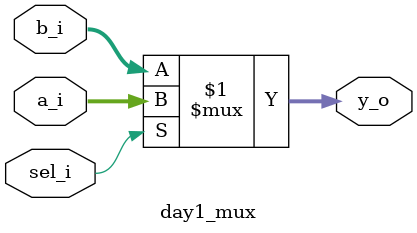
<source format=sv>
module day1_mux (
    input logic [7:0] a_i, 
    input logic [7:0] b_i, 
    input logic sel_i,
    output logic [7:0] y_o
);

assign y_o = sel_i ? a_i : b_i;

endmodule
</source>
